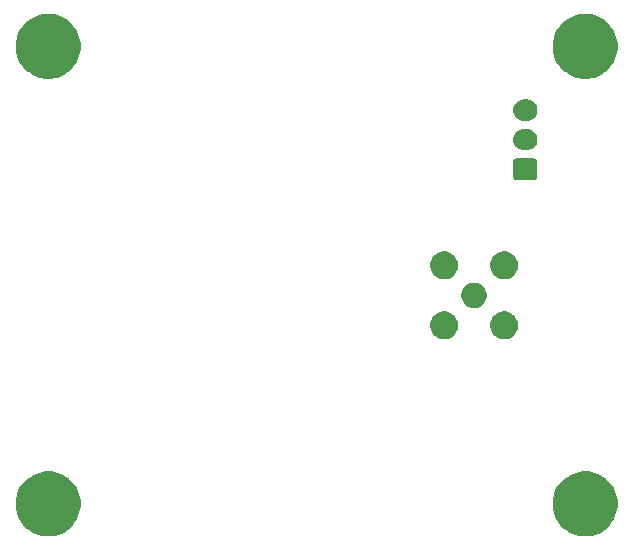
<source format=gbs>
G04 #@! TF.GenerationSoftware,KiCad,Pcbnew,(5.1.5)-3*
G04 #@! TF.CreationDate,2020-04-14T23:54:33+09:00*
G04 #@! TF.ProjectId,Detector_rev2,44657465-6374-46f7-925f-726576322e6b,rev?*
G04 #@! TF.SameCoordinates,Original*
G04 #@! TF.FileFunction,Soldermask,Bot*
G04 #@! TF.FilePolarity,Negative*
%FSLAX46Y46*%
G04 Gerber Fmt 4.6, Leading zero omitted, Abs format (unit mm)*
G04 Created by KiCad (PCBNEW (5.1.5)-3) date 2020-04-14 23:54:33*
%MOMM*%
%LPD*%
G04 APERTURE LIST*
%ADD10C,0.100000*%
G04 APERTURE END LIST*
D10*
G36*
X53368694Y-81756860D02*
G01*
X53634437Y-81809719D01*
X54135087Y-82017095D01*
X54322774Y-82142504D01*
X54556161Y-82298448D01*
X54585660Y-82318159D01*
X54968841Y-82701340D01*
X55269905Y-83151913D01*
X55477281Y-83652563D01*
X55477281Y-83652565D01*
X55583000Y-84184048D01*
X55583000Y-84725952D01*
X55547186Y-84906000D01*
X55477281Y-85257437D01*
X55269905Y-85758087D01*
X55213521Y-85842471D01*
X54968842Y-86208659D01*
X54585659Y-86591842D01*
X54473400Y-86666851D01*
X54135087Y-86892905D01*
X53634437Y-87100281D01*
X53368693Y-87153141D01*
X53102952Y-87206000D01*
X52561048Y-87206000D01*
X52295307Y-87153141D01*
X52029563Y-87100281D01*
X51528913Y-86892905D01*
X51190600Y-86666851D01*
X51078341Y-86591842D01*
X50695158Y-86208659D01*
X50450479Y-85842471D01*
X50394095Y-85758087D01*
X50186719Y-85257437D01*
X50116814Y-84906000D01*
X50081000Y-84725952D01*
X50081000Y-84184048D01*
X50186719Y-83652565D01*
X50186719Y-83652563D01*
X50394095Y-83151913D01*
X50695159Y-82701340D01*
X51078340Y-82318159D01*
X51107840Y-82298448D01*
X51341226Y-82142504D01*
X51528913Y-82017095D01*
X52029563Y-81809719D01*
X52295306Y-81756860D01*
X52561048Y-81704000D01*
X53102952Y-81704000D01*
X53368694Y-81756860D01*
G37*
G36*
X98834694Y-81756860D02*
G01*
X99100437Y-81809719D01*
X99601087Y-82017095D01*
X99788774Y-82142504D01*
X100022161Y-82298448D01*
X100051660Y-82318159D01*
X100434841Y-82701340D01*
X100735905Y-83151913D01*
X100943281Y-83652563D01*
X100943281Y-83652565D01*
X101049000Y-84184048D01*
X101049000Y-84725952D01*
X101013186Y-84906000D01*
X100943281Y-85257437D01*
X100735905Y-85758087D01*
X100679521Y-85842471D01*
X100434842Y-86208659D01*
X100051659Y-86591842D01*
X99939400Y-86666851D01*
X99601087Y-86892905D01*
X99100437Y-87100281D01*
X98834694Y-87153140D01*
X98568952Y-87206000D01*
X98027048Y-87206000D01*
X97761307Y-87153141D01*
X97495563Y-87100281D01*
X96994913Y-86892905D01*
X96656600Y-86666851D01*
X96544341Y-86591842D01*
X96161158Y-86208659D01*
X95916479Y-85842471D01*
X95860095Y-85758087D01*
X95652719Y-85257437D01*
X95582814Y-84906000D01*
X95547000Y-84725952D01*
X95547000Y-84184048D01*
X95652719Y-83652565D01*
X95652719Y-83652563D01*
X95860095Y-83151913D01*
X96161159Y-82701340D01*
X96544340Y-82318159D01*
X96573840Y-82298448D01*
X96807226Y-82142504D01*
X96994913Y-82017095D01*
X97495563Y-81809719D01*
X97761306Y-81756860D01*
X98027048Y-81704000D01*
X98568952Y-81704000D01*
X98834694Y-81756860D01*
G37*
G36*
X86703024Y-68211192D02*
G01*
X86703026Y-68211193D01*
X86703027Y-68211193D01*
X86917045Y-68299842D01*
X87109656Y-68428540D01*
X87273460Y-68592344D01*
X87402158Y-68784955D01*
X87490808Y-68998976D01*
X87536000Y-69226172D01*
X87536000Y-69457828D01*
X87490808Y-69685024D01*
X87402158Y-69899045D01*
X87273460Y-70091656D01*
X87109656Y-70255460D01*
X86917045Y-70384158D01*
X86703027Y-70472807D01*
X86703026Y-70472807D01*
X86703024Y-70472808D01*
X86475828Y-70518000D01*
X86244172Y-70518000D01*
X86016976Y-70472808D01*
X86016974Y-70472807D01*
X86016973Y-70472807D01*
X85802955Y-70384158D01*
X85610344Y-70255460D01*
X85446540Y-70091656D01*
X85317842Y-69899045D01*
X85229192Y-69685024D01*
X85184000Y-69457828D01*
X85184000Y-69226172D01*
X85229192Y-68998976D01*
X85317842Y-68784955D01*
X85446540Y-68592344D01*
X85610344Y-68428540D01*
X85802955Y-68299842D01*
X86016973Y-68211193D01*
X86016974Y-68211193D01*
X86016976Y-68211192D01*
X86244172Y-68166000D01*
X86475828Y-68166000D01*
X86703024Y-68211192D01*
G37*
G36*
X91783024Y-68211192D02*
G01*
X91783026Y-68211193D01*
X91783027Y-68211193D01*
X91997045Y-68299842D01*
X92189656Y-68428540D01*
X92353460Y-68592344D01*
X92482158Y-68784955D01*
X92570808Y-68998976D01*
X92616000Y-69226172D01*
X92616000Y-69457828D01*
X92570808Y-69685024D01*
X92482158Y-69899045D01*
X92353460Y-70091656D01*
X92189656Y-70255460D01*
X91997045Y-70384158D01*
X91783027Y-70472807D01*
X91783026Y-70472807D01*
X91783024Y-70472808D01*
X91555828Y-70518000D01*
X91324172Y-70518000D01*
X91096976Y-70472808D01*
X91096974Y-70472807D01*
X91096973Y-70472807D01*
X90882955Y-70384158D01*
X90690344Y-70255460D01*
X90526540Y-70091656D01*
X90397842Y-69899045D01*
X90309192Y-69685024D01*
X90264000Y-69457828D01*
X90264000Y-69226172D01*
X90309192Y-68998976D01*
X90397842Y-68784955D01*
X90526540Y-68592344D01*
X90690344Y-68428540D01*
X90882955Y-68299842D01*
X91096973Y-68211193D01*
X91096974Y-68211193D01*
X91096976Y-68211192D01*
X91324172Y-68166000D01*
X91555828Y-68166000D01*
X91783024Y-68211192D01*
G37*
G36*
X89213855Y-65767349D02*
G01*
X89213857Y-65767350D01*
X89213858Y-65767350D01*
X89286192Y-65797312D01*
X89409678Y-65848461D01*
X89585909Y-65966215D01*
X89735785Y-66116091D01*
X89853539Y-66292322D01*
X89934651Y-66488145D01*
X89976000Y-66696021D01*
X89976000Y-66907979D01*
X89934651Y-67115855D01*
X89853539Y-67311678D01*
X89735785Y-67487909D01*
X89585909Y-67637785D01*
X89409678Y-67755539D01*
X89286192Y-67806688D01*
X89213858Y-67836650D01*
X89213857Y-67836650D01*
X89213855Y-67836651D01*
X89005979Y-67878000D01*
X88794021Y-67878000D01*
X88586145Y-67836651D01*
X88586143Y-67836650D01*
X88586142Y-67836650D01*
X88513808Y-67806688D01*
X88390322Y-67755539D01*
X88214091Y-67637785D01*
X88064215Y-67487909D01*
X87946461Y-67311678D01*
X87865349Y-67115855D01*
X87824000Y-66907979D01*
X87824000Y-66696021D01*
X87865349Y-66488145D01*
X87946461Y-66292322D01*
X88064215Y-66116091D01*
X88214091Y-65966215D01*
X88390322Y-65848461D01*
X88513808Y-65797312D01*
X88586142Y-65767350D01*
X88586143Y-65767350D01*
X88586145Y-65767349D01*
X88794021Y-65726000D01*
X89005979Y-65726000D01*
X89213855Y-65767349D01*
G37*
G36*
X91783024Y-63131192D02*
G01*
X91783026Y-63131193D01*
X91783027Y-63131193D01*
X91997045Y-63219842D01*
X92189656Y-63348540D01*
X92353460Y-63512344D01*
X92482158Y-63704955D01*
X92570808Y-63918976D01*
X92616000Y-64146172D01*
X92616000Y-64377828D01*
X92570808Y-64605024D01*
X92482158Y-64819045D01*
X92353460Y-65011656D01*
X92189656Y-65175460D01*
X91997045Y-65304158D01*
X91783027Y-65392807D01*
X91783026Y-65392807D01*
X91783024Y-65392808D01*
X91555828Y-65438000D01*
X91324172Y-65438000D01*
X91096976Y-65392808D01*
X91096974Y-65392807D01*
X91096973Y-65392807D01*
X90882955Y-65304158D01*
X90690344Y-65175460D01*
X90526540Y-65011656D01*
X90397842Y-64819045D01*
X90309192Y-64605024D01*
X90264000Y-64377828D01*
X90264000Y-64146172D01*
X90309192Y-63918976D01*
X90397842Y-63704955D01*
X90526540Y-63512344D01*
X90690344Y-63348540D01*
X90882955Y-63219842D01*
X91096973Y-63131193D01*
X91096974Y-63131193D01*
X91096976Y-63131192D01*
X91324172Y-63086000D01*
X91555828Y-63086000D01*
X91783024Y-63131192D01*
G37*
G36*
X86703024Y-63131192D02*
G01*
X86703026Y-63131193D01*
X86703027Y-63131193D01*
X86917045Y-63219842D01*
X87109656Y-63348540D01*
X87273460Y-63512344D01*
X87402158Y-63704955D01*
X87490808Y-63918976D01*
X87536000Y-64146172D01*
X87536000Y-64377828D01*
X87490808Y-64605024D01*
X87402158Y-64819045D01*
X87273460Y-65011656D01*
X87109656Y-65175460D01*
X86917045Y-65304158D01*
X86703027Y-65392807D01*
X86703026Y-65392807D01*
X86703024Y-65392808D01*
X86475828Y-65438000D01*
X86244172Y-65438000D01*
X86016976Y-65392808D01*
X86016974Y-65392807D01*
X86016973Y-65392807D01*
X85802955Y-65304158D01*
X85610344Y-65175460D01*
X85446540Y-65011656D01*
X85317842Y-64819045D01*
X85229192Y-64605024D01*
X85184000Y-64377828D01*
X85184000Y-64146172D01*
X85229192Y-63918976D01*
X85317842Y-63704955D01*
X85446540Y-63512344D01*
X85610344Y-63348540D01*
X85802955Y-63219842D01*
X86016973Y-63131193D01*
X86016974Y-63131193D01*
X86016976Y-63131192D01*
X86244172Y-63086000D01*
X86475828Y-63086000D01*
X86703024Y-63131192D01*
G37*
G36*
X94030982Y-55221588D02*
G01*
X94080630Y-55236649D01*
X94126379Y-55261101D01*
X94166484Y-55294016D01*
X94199399Y-55334121D01*
X94223851Y-55379870D01*
X94238912Y-55429518D01*
X94244000Y-55481177D01*
X94244000Y-56753823D01*
X94238912Y-56805482D01*
X94223851Y-56855130D01*
X94199399Y-56900879D01*
X94166484Y-56940984D01*
X94126379Y-56973899D01*
X94080630Y-56998351D01*
X94030982Y-57013412D01*
X93979323Y-57018500D01*
X92456677Y-57018500D01*
X92405018Y-57013412D01*
X92355370Y-56998351D01*
X92309621Y-56973899D01*
X92269516Y-56940984D01*
X92236601Y-56900879D01*
X92212149Y-56855130D01*
X92197088Y-56805482D01*
X92192000Y-56753823D01*
X92192000Y-55481177D01*
X92197088Y-55429518D01*
X92212149Y-55379870D01*
X92236601Y-55334121D01*
X92269516Y-55294016D01*
X92309621Y-55261101D01*
X92355370Y-55236649D01*
X92405018Y-55221588D01*
X92456677Y-55216500D01*
X93979323Y-55216500D01*
X94030982Y-55221588D01*
G37*
G36*
X93519627Y-52729537D02*
G01*
X93689466Y-52781057D01*
X93767728Y-52822889D01*
X93845988Y-52864720D01*
X93845989Y-52864721D01*
X93845991Y-52864722D01*
X93983185Y-52977315D01*
X94095778Y-53114509D01*
X94179443Y-53271034D01*
X94230963Y-53440873D01*
X94248359Y-53617500D01*
X94230963Y-53794127D01*
X94179443Y-53963966D01*
X94095778Y-54120491D01*
X93983185Y-54257685D01*
X93845991Y-54370278D01*
X93845989Y-54370279D01*
X93845988Y-54370280D01*
X93767729Y-54412110D01*
X93689466Y-54453943D01*
X93519627Y-54505463D01*
X93387258Y-54518500D01*
X93048742Y-54518500D01*
X92916373Y-54505463D01*
X92746534Y-54453943D01*
X92668271Y-54412110D01*
X92590012Y-54370280D01*
X92590011Y-54370279D01*
X92590009Y-54370278D01*
X92452815Y-54257685D01*
X92340222Y-54120491D01*
X92256557Y-53963966D01*
X92205037Y-53794127D01*
X92187641Y-53617500D01*
X92205037Y-53440873D01*
X92256557Y-53271034D01*
X92340222Y-53114509D01*
X92452815Y-52977315D01*
X92590009Y-52864722D01*
X92590011Y-52864721D01*
X92590012Y-52864720D01*
X92668272Y-52822889D01*
X92746534Y-52781057D01*
X92916373Y-52729537D01*
X93048742Y-52716500D01*
X93387258Y-52716500D01*
X93519627Y-52729537D01*
G37*
G36*
X93519627Y-50229537D02*
G01*
X93689466Y-50281057D01*
X93767729Y-50322890D01*
X93845988Y-50364720D01*
X93845989Y-50364721D01*
X93845991Y-50364722D01*
X93983185Y-50477315D01*
X94095778Y-50614509D01*
X94179443Y-50771034D01*
X94230963Y-50940873D01*
X94248359Y-51117500D01*
X94230963Y-51294127D01*
X94179443Y-51463966D01*
X94095778Y-51620491D01*
X93983185Y-51757685D01*
X93845991Y-51870278D01*
X93845989Y-51870279D01*
X93845988Y-51870280D01*
X93767728Y-51912111D01*
X93689466Y-51953943D01*
X93519627Y-52005463D01*
X93387258Y-52018500D01*
X93048742Y-52018500D01*
X92916373Y-52005463D01*
X92746534Y-51953943D01*
X92668272Y-51912111D01*
X92590012Y-51870280D01*
X92590011Y-51870279D01*
X92590009Y-51870278D01*
X92452815Y-51757685D01*
X92340222Y-51620491D01*
X92256557Y-51463966D01*
X92205037Y-51294127D01*
X92187641Y-51117500D01*
X92205037Y-50940873D01*
X92256557Y-50771034D01*
X92340222Y-50614509D01*
X92452815Y-50477315D01*
X92590009Y-50364722D01*
X92590011Y-50364721D01*
X92590012Y-50364720D01*
X92668272Y-50322889D01*
X92746534Y-50281057D01*
X92916373Y-50229537D01*
X93048742Y-50216500D01*
X93387258Y-50216500D01*
X93519627Y-50229537D01*
G37*
G36*
X53368694Y-43021860D02*
G01*
X53634437Y-43074719D01*
X54135087Y-43282095D01*
X54322774Y-43407504D01*
X54556161Y-43563448D01*
X54585660Y-43583159D01*
X54968841Y-43966340D01*
X55269905Y-44416913D01*
X55477281Y-44917563D01*
X55477281Y-44917565D01*
X55583000Y-45449048D01*
X55583000Y-45990952D01*
X55547186Y-46171000D01*
X55477281Y-46522437D01*
X55269905Y-47023087D01*
X55213521Y-47107471D01*
X54968842Y-47473659D01*
X54585659Y-47856842D01*
X54473400Y-47931851D01*
X54135087Y-48157905D01*
X53634437Y-48365281D01*
X53368694Y-48418140D01*
X53102952Y-48471000D01*
X52561048Y-48471000D01*
X52295307Y-48418141D01*
X52029563Y-48365281D01*
X51528913Y-48157905D01*
X51190600Y-47931851D01*
X51078341Y-47856842D01*
X50695158Y-47473659D01*
X50450479Y-47107471D01*
X50394095Y-47023087D01*
X50186719Y-46522437D01*
X50116814Y-46171000D01*
X50081000Y-45990952D01*
X50081000Y-45449048D01*
X50186719Y-44917565D01*
X50186719Y-44917563D01*
X50394095Y-44416913D01*
X50695159Y-43966340D01*
X51078340Y-43583159D01*
X51107840Y-43563448D01*
X51341226Y-43407504D01*
X51528913Y-43282095D01*
X52029563Y-43074719D01*
X52295306Y-43021860D01*
X52561048Y-42969000D01*
X53102952Y-42969000D01*
X53368694Y-43021860D01*
G37*
G36*
X98834694Y-43021860D02*
G01*
X99100437Y-43074719D01*
X99601087Y-43282095D01*
X99788774Y-43407504D01*
X100022161Y-43563448D01*
X100051660Y-43583159D01*
X100434841Y-43966340D01*
X100735905Y-44416913D01*
X100943281Y-44917563D01*
X100943281Y-44917565D01*
X101049000Y-45449048D01*
X101049000Y-45990952D01*
X101013186Y-46171000D01*
X100943281Y-46522437D01*
X100735905Y-47023087D01*
X100679521Y-47107471D01*
X100434842Y-47473659D01*
X100051659Y-47856842D01*
X99939400Y-47931851D01*
X99601087Y-48157905D01*
X99100437Y-48365281D01*
X98834694Y-48418140D01*
X98568952Y-48471000D01*
X98027048Y-48471000D01*
X97761307Y-48418141D01*
X97495563Y-48365281D01*
X96994913Y-48157905D01*
X96656600Y-47931851D01*
X96544341Y-47856842D01*
X96161158Y-47473659D01*
X95916479Y-47107471D01*
X95860095Y-47023087D01*
X95652719Y-46522437D01*
X95582814Y-46171000D01*
X95547000Y-45990952D01*
X95547000Y-45449048D01*
X95652719Y-44917565D01*
X95652719Y-44917563D01*
X95860095Y-44416913D01*
X96161159Y-43966340D01*
X96544340Y-43583159D01*
X96573840Y-43563448D01*
X96807226Y-43407504D01*
X96994913Y-43282095D01*
X97495563Y-43074719D01*
X97761306Y-43021860D01*
X98027048Y-42969000D01*
X98568952Y-42969000D01*
X98834694Y-43021860D01*
G37*
M02*

</source>
